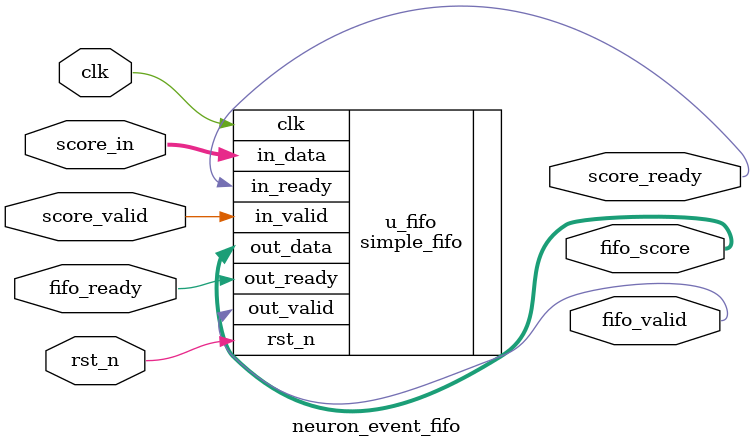
<source format=v>
module neuron_event_fifo #(
    parameter integer SCORE_W = 4
)(
    input  wire clk,
    input  wire rst_n,

    input  wire score_valid,
    input  wire [SCORE_W-1:0] score_in,
    output wire score_ready,

    output wire fifo_valid,
    output wire [SCORE_W-1:0] fifo_score,
    input  wire fifo_ready
);

    simple_fifo #(
        .WIDTH(SCORE_W)
    ) u_fifo (
        .clk(clk),
        .rst_n(rst_n),
        .in_valid(score_valid),
        .in_data(score_in),
        .in_ready(score_ready),
        .out_valid(fifo_valid),
        .out_data(fifo_score),
        .out_ready(fifo_ready)
    );

endmodule


</source>
